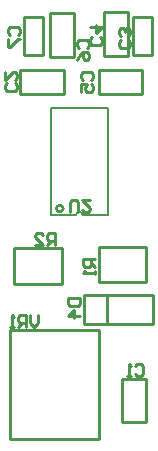
<source format=gbr>
%TF.GenerationSoftware,Altium Limited,Altium Designer,19.0.10 (269)*%
G04 Layer_Color=32896*
%FSLAX45Y45*%
%MOMM*%
%TF.FileFunction,Legend,Bot*%
%TF.Part,Single*%
G01*
G75*
%TA.AperFunction,NonConductor*%
%ADD32C,0.20000*%
%ADD33C,0.25400*%
D32*
X954104Y2518695D02*
G03*
X895304Y2518695I-29400J0D01*
G01*
X954104D02*
X1166004D01*
X687404D02*
Y3428697D01*
X985403D01*
X1166004Y2926796D02*
Y3020597D01*
Y2518695D02*
Y2926796D01*
X985403Y3428697D02*
X1166003Y3428698D01*
X1166004Y3020597D02*
Y3191222D01*
X1166003Y3428698D02*
X1166004Y3191222D01*
X687404Y2518695D02*
X895304D01*
D33*
X788001Y2576596D02*
G03*
X788001Y2576596I-28398J0D01*
G01*
X966800Y1597200D02*
X1546800D01*
Y1847200D01*
X966800D02*
X1546800D01*
X966800Y1597200D02*
Y1847200D01*
X1156800Y1597200D02*
Y1847200D01*
X373400Y2241700D02*
X773400D01*
X373400Y1941700D02*
Y2241700D01*
Y1941700D02*
X773400D01*
Y2241700D01*
X1282700Y765800D02*
X1485900D01*
X1282700D02*
Y1134100D01*
X1485900D01*
Y765800D02*
Y1134100D01*
X333900Y627400D02*
Y1547400D01*
X1093900D01*
Y627400D02*
Y1547400D01*
X333900Y627400D02*
X1093900D01*
X1458300Y3543300D02*
Y3746500D01*
X1090000Y3543300D02*
X1458300Y3543300D01*
X1090000Y3746500D02*
X1090000Y3543300D01*
X1090000Y3746500D02*
X1458300D01*
X1130300Y3871400D02*
Y4239700D01*
Y3871400D02*
X1333500D01*
Y4239700D01*
X1130300D02*
X1333500D01*
X1088400Y1954400D02*
Y2254400D01*
X1488400D01*
Y1954400D02*
Y2254400D01*
X1088400Y1954400D02*
X1488400D01*
X1380500Y4194800D02*
X1540500D01*
Y3874800D02*
Y4194800D01*
X1380500Y3874800D02*
X1540500D01*
X1380500D02*
Y4194800D01*
X453400D02*
X613400D01*
Y3874800D02*
Y4194800D01*
X453400Y3874800D02*
X613400D01*
X453400D02*
Y4194800D01*
X424300Y3746500D02*
X792600D01*
X424300Y3543300D02*
Y3746500D01*
Y3543300D02*
X792600D01*
Y3746500D01*
X876300Y3863000D02*
Y4231300D01*
X673100D02*
X876300D01*
X673100Y3863000D02*
Y4231300D01*
Y3863000D02*
X876300D01*
X848504Y2546128D02*
Y2629435D01*
X865165Y2646096D01*
X898487D01*
X915149Y2629435D01*
Y2546128D01*
X1015116Y2646096D02*
X948471D01*
X1015116Y2579451D01*
Y2562790D01*
X998455Y2546128D01*
X965133D01*
X948471Y2562790D01*
X1393855Y1242806D02*
X1410516Y1259468D01*
X1443839D01*
X1460500Y1242806D01*
Y1176161D01*
X1443839Y1159500D01*
X1410516D01*
X1393855Y1176161D01*
X1360532Y1159500D02*
X1327210D01*
X1343871D01*
Y1259468D01*
X1360532Y1242806D01*
X571500Y1674768D02*
Y1608123D01*
X538177Y1574800D01*
X504855Y1608123D01*
Y1674768D01*
X471532Y1574800D02*
Y1674768D01*
X421548D01*
X404887Y1658106D01*
Y1624784D01*
X421548Y1608123D01*
X471532D01*
X438210D02*
X404887Y1574800D01*
X371564D02*
X338242D01*
X354903D01*
Y1674768D01*
X371564Y1658106D01*
X716180Y2265700D02*
Y2365668D01*
X666196D01*
X649535Y2349006D01*
Y2315684D01*
X666196Y2299023D01*
X716180D01*
X682857D02*
X649535Y2265700D01*
X549567D02*
X616212D01*
X549567Y2332345D01*
Y2349006D01*
X566228Y2365668D01*
X599551D01*
X616212Y2349006D01*
X1058744Y2151400D02*
X958776D01*
Y2101416D01*
X975437Y2084755D01*
X1008760D01*
X1025421Y2101416D01*
Y2151400D01*
Y2118078D02*
X1058744Y2084755D01*
Y2051432D02*
Y2018110D01*
Y2034771D01*
X958776D01*
X975437Y2051432D01*
X831066Y1816100D02*
X931034D01*
Y1766116D01*
X914373Y1749455D01*
X847728D01*
X831066Y1766116D01*
Y1816100D01*
X931034Y1666148D02*
X831066D01*
X881050Y1716132D01*
Y1649487D01*
X335794Y4048155D02*
X319132Y4064816D01*
Y4098139D01*
X335794Y4114800D01*
X402439D01*
X419100Y4098139D01*
Y4064816D01*
X402439Y4048155D01*
X319132Y4014832D02*
Y3948187D01*
X335794D01*
X402439Y4014832D01*
X419100D01*
X924811Y3936055D02*
X908150Y3952716D01*
Y3986039D01*
X924811Y4002700D01*
X991456D01*
X1008117Y3986039D01*
Y3952716D01*
X991456Y3936055D01*
X908150Y3836087D02*
X924811Y3869410D01*
X958133Y3902732D01*
X991456D01*
X1008117Y3886071D01*
Y3852748D01*
X991456Y3836087D01*
X974795D01*
X958133Y3852748D01*
Y3902732D01*
X958094Y3667155D02*
X941432Y3683816D01*
Y3717139D01*
X958094Y3733800D01*
X1024739D01*
X1041400Y3717139D01*
Y3683816D01*
X1024739Y3667155D01*
X941432Y3567187D02*
Y3633832D01*
X991416D01*
X974755Y3600510D01*
Y3583848D01*
X991416Y3567187D01*
X1024739D01*
X1041400Y3583848D01*
Y3617171D01*
X1024739Y3633832D01*
X1099306Y4029145D02*
X1115968Y4012484D01*
Y3979161D01*
X1099306Y3962500D01*
X1032661D01*
X1016000Y3979161D01*
Y4012484D01*
X1032661Y4029145D01*
X1016000Y4112452D02*
X1115968D01*
X1065984Y4062468D01*
Y4129113D01*
X1340606Y4003645D02*
X1357268Y3986984D01*
Y3953661D01*
X1340606Y3937000D01*
X1273961D01*
X1257300Y3953661D01*
Y3986984D01*
X1273961Y4003645D01*
X1340606Y4036968D02*
X1357268Y4053629D01*
Y4086952D01*
X1340606Y4103613D01*
X1323945D01*
X1307284Y4086952D01*
Y4070290D01*
Y4086952D01*
X1290623Y4103613D01*
X1273961D01*
X1257300Y4086952D01*
Y4053629D01*
X1273961Y4036968D01*
X380607Y3635345D02*
X397268Y3618684D01*
Y3585361D01*
X380607Y3568700D01*
X313962D01*
X297300Y3585361D01*
Y3618684D01*
X313962Y3635345D01*
X297300Y3735313D02*
Y3668668D01*
X363945Y3735313D01*
X380607D01*
X397268Y3718652D01*
Y3685329D01*
X380607Y3668668D01*
%TF.MD5,6b3858f5cb97a53958d9016ab8355fbd*%
M02*

</source>
